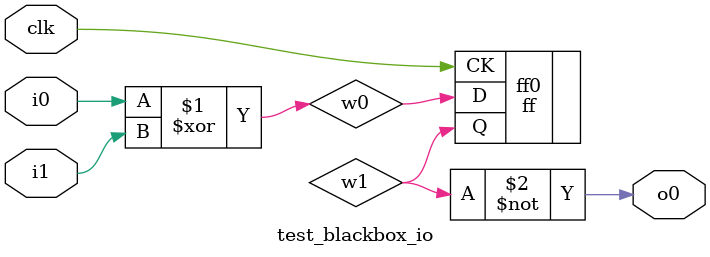
<source format=v>

module test_blackbox_io(clk, i0, i1, o0);

    input clk, i0, i1;
    output o0;

    wire w0, w1;

    xor xor0(w0, i0, i1);
    ff ff0(.D(w0), .CK(clk), .Q(w1));
    not not0(o0, w1);
endmodule

</source>
